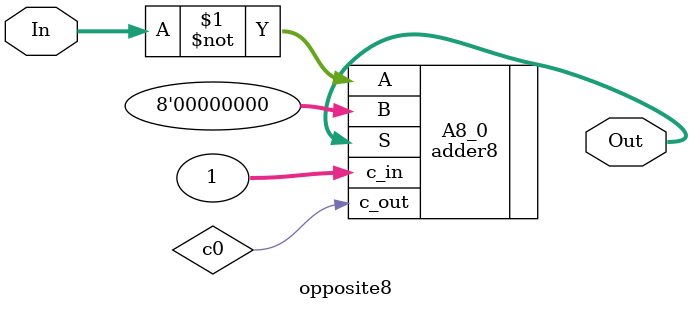
<source format=sv>
module opposite8 (
	input [7:0] In,
	output [7:0] Out
);
	wire c0;
	// 8 bit adder takes in one bit-wise NOT-ed 8-bit value and adds 1, returning the 2'Compliment negative
	adder8 A8_0 (.A (~In[7:0]), .B (8'b0), .c_in (1), .S (Out[7:0]), .c_out (c0));

endmodule
</source>
